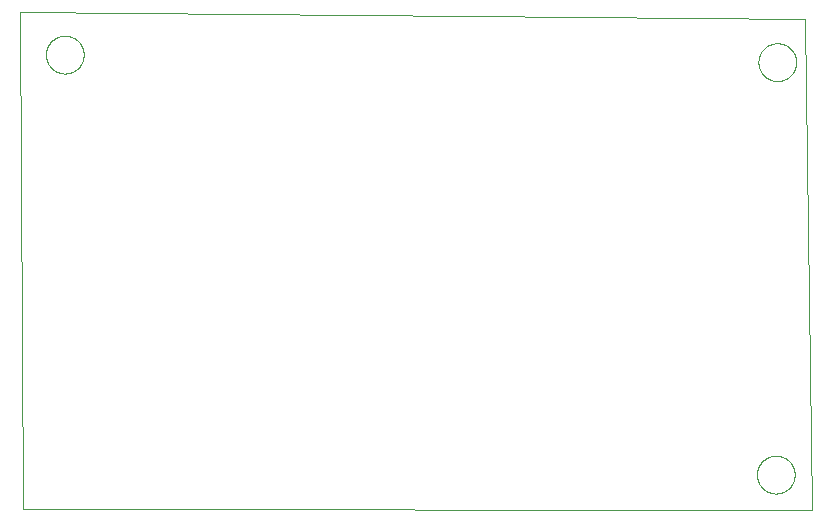
<source format=gtp>
G75*
%MOIN*%
%OFA0B0*%
%FSLAX25Y25*%
%IPPOS*%
%LPD*%
%AMOC8*
5,1,8,0,0,1.08239X$1,22.5*
%
%ADD10C,0.00000*%
D10*
X0008584Y0005255D02*
X0007584Y0171031D01*
X0269321Y0168716D01*
X0271580Y0005125D01*
X0008584Y0005255D01*
X0016285Y0156755D02*
X0016287Y0156913D01*
X0016293Y0157071D01*
X0016303Y0157229D01*
X0016317Y0157387D01*
X0016335Y0157544D01*
X0016356Y0157701D01*
X0016382Y0157857D01*
X0016412Y0158013D01*
X0016445Y0158168D01*
X0016483Y0158321D01*
X0016524Y0158474D01*
X0016569Y0158626D01*
X0016618Y0158777D01*
X0016671Y0158926D01*
X0016727Y0159074D01*
X0016787Y0159220D01*
X0016851Y0159365D01*
X0016919Y0159508D01*
X0016990Y0159650D01*
X0017064Y0159790D01*
X0017142Y0159927D01*
X0017224Y0160063D01*
X0017308Y0160197D01*
X0017397Y0160328D01*
X0017488Y0160457D01*
X0017583Y0160584D01*
X0017680Y0160709D01*
X0017781Y0160831D01*
X0017885Y0160950D01*
X0017992Y0161067D01*
X0018102Y0161181D01*
X0018215Y0161292D01*
X0018330Y0161401D01*
X0018448Y0161506D01*
X0018569Y0161608D01*
X0018692Y0161708D01*
X0018818Y0161804D01*
X0018946Y0161897D01*
X0019076Y0161987D01*
X0019209Y0162073D01*
X0019344Y0162157D01*
X0019480Y0162236D01*
X0019619Y0162313D01*
X0019760Y0162385D01*
X0019902Y0162455D01*
X0020046Y0162520D01*
X0020192Y0162582D01*
X0020339Y0162640D01*
X0020488Y0162695D01*
X0020638Y0162746D01*
X0020789Y0162793D01*
X0020941Y0162836D01*
X0021094Y0162875D01*
X0021249Y0162911D01*
X0021404Y0162942D01*
X0021560Y0162970D01*
X0021716Y0162994D01*
X0021873Y0163014D01*
X0022031Y0163030D01*
X0022188Y0163042D01*
X0022347Y0163050D01*
X0022505Y0163054D01*
X0022663Y0163054D01*
X0022821Y0163050D01*
X0022980Y0163042D01*
X0023137Y0163030D01*
X0023295Y0163014D01*
X0023452Y0162994D01*
X0023608Y0162970D01*
X0023764Y0162942D01*
X0023919Y0162911D01*
X0024074Y0162875D01*
X0024227Y0162836D01*
X0024379Y0162793D01*
X0024530Y0162746D01*
X0024680Y0162695D01*
X0024829Y0162640D01*
X0024976Y0162582D01*
X0025122Y0162520D01*
X0025266Y0162455D01*
X0025408Y0162385D01*
X0025549Y0162313D01*
X0025688Y0162236D01*
X0025824Y0162157D01*
X0025959Y0162073D01*
X0026092Y0161987D01*
X0026222Y0161897D01*
X0026350Y0161804D01*
X0026476Y0161708D01*
X0026599Y0161608D01*
X0026720Y0161506D01*
X0026838Y0161401D01*
X0026953Y0161292D01*
X0027066Y0161181D01*
X0027176Y0161067D01*
X0027283Y0160950D01*
X0027387Y0160831D01*
X0027488Y0160709D01*
X0027585Y0160584D01*
X0027680Y0160457D01*
X0027771Y0160328D01*
X0027860Y0160197D01*
X0027944Y0160063D01*
X0028026Y0159927D01*
X0028104Y0159790D01*
X0028178Y0159650D01*
X0028249Y0159508D01*
X0028317Y0159365D01*
X0028381Y0159220D01*
X0028441Y0159074D01*
X0028497Y0158926D01*
X0028550Y0158777D01*
X0028599Y0158626D01*
X0028644Y0158474D01*
X0028685Y0158321D01*
X0028723Y0158168D01*
X0028756Y0158013D01*
X0028786Y0157857D01*
X0028812Y0157701D01*
X0028833Y0157544D01*
X0028851Y0157387D01*
X0028865Y0157229D01*
X0028875Y0157071D01*
X0028881Y0156913D01*
X0028883Y0156755D01*
X0028881Y0156597D01*
X0028875Y0156439D01*
X0028865Y0156281D01*
X0028851Y0156123D01*
X0028833Y0155966D01*
X0028812Y0155809D01*
X0028786Y0155653D01*
X0028756Y0155497D01*
X0028723Y0155342D01*
X0028685Y0155189D01*
X0028644Y0155036D01*
X0028599Y0154884D01*
X0028550Y0154733D01*
X0028497Y0154584D01*
X0028441Y0154436D01*
X0028381Y0154290D01*
X0028317Y0154145D01*
X0028249Y0154002D01*
X0028178Y0153860D01*
X0028104Y0153720D01*
X0028026Y0153583D01*
X0027944Y0153447D01*
X0027860Y0153313D01*
X0027771Y0153182D01*
X0027680Y0153053D01*
X0027585Y0152926D01*
X0027488Y0152801D01*
X0027387Y0152679D01*
X0027283Y0152560D01*
X0027176Y0152443D01*
X0027066Y0152329D01*
X0026953Y0152218D01*
X0026838Y0152109D01*
X0026720Y0152004D01*
X0026599Y0151902D01*
X0026476Y0151802D01*
X0026350Y0151706D01*
X0026222Y0151613D01*
X0026092Y0151523D01*
X0025959Y0151437D01*
X0025824Y0151353D01*
X0025688Y0151274D01*
X0025549Y0151197D01*
X0025408Y0151125D01*
X0025266Y0151055D01*
X0025122Y0150990D01*
X0024976Y0150928D01*
X0024829Y0150870D01*
X0024680Y0150815D01*
X0024530Y0150764D01*
X0024379Y0150717D01*
X0024227Y0150674D01*
X0024074Y0150635D01*
X0023919Y0150599D01*
X0023764Y0150568D01*
X0023608Y0150540D01*
X0023452Y0150516D01*
X0023295Y0150496D01*
X0023137Y0150480D01*
X0022980Y0150468D01*
X0022821Y0150460D01*
X0022663Y0150456D01*
X0022505Y0150456D01*
X0022347Y0150460D01*
X0022188Y0150468D01*
X0022031Y0150480D01*
X0021873Y0150496D01*
X0021716Y0150516D01*
X0021560Y0150540D01*
X0021404Y0150568D01*
X0021249Y0150599D01*
X0021094Y0150635D01*
X0020941Y0150674D01*
X0020789Y0150717D01*
X0020638Y0150764D01*
X0020488Y0150815D01*
X0020339Y0150870D01*
X0020192Y0150928D01*
X0020046Y0150990D01*
X0019902Y0151055D01*
X0019760Y0151125D01*
X0019619Y0151197D01*
X0019480Y0151274D01*
X0019344Y0151353D01*
X0019209Y0151437D01*
X0019076Y0151523D01*
X0018946Y0151613D01*
X0018818Y0151706D01*
X0018692Y0151802D01*
X0018569Y0151902D01*
X0018448Y0152004D01*
X0018330Y0152109D01*
X0018215Y0152218D01*
X0018102Y0152329D01*
X0017992Y0152443D01*
X0017885Y0152560D01*
X0017781Y0152679D01*
X0017680Y0152801D01*
X0017583Y0152926D01*
X0017488Y0153053D01*
X0017397Y0153182D01*
X0017308Y0153313D01*
X0017224Y0153447D01*
X0017142Y0153583D01*
X0017064Y0153720D01*
X0016990Y0153860D01*
X0016919Y0154002D01*
X0016851Y0154145D01*
X0016787Y0154290D01*
X0016727Y0154436D01*
X0016671Y0154584D01*
X0016618Y0154733D01*
X0016569Y0154884D01*
X0016524Y0155036D01*
X0016483Y0155189D01*
X0016445Y0155342D01*
X0016412Y0155497D01*
X0016382Y0155653D01*
X0016356Y0155809D01*
X0016335Y0155966D01*
X0016317Y0156123D01*
X0016303Y0156281D01*
X0016293Y0156439D01*
X0016287Y0156597D01*
X0016285Y0156755D01*
X0253285Y0016755D02*
X0253287Y0016913D01*
X0253293Y0017071D01*
X0253303Y0017229D01*
X0253317Y0017387D01*
X0253335Y0017544D01*
X0253356Y0017701D01*
X0253382Y0017857D01*
X0253412Y0018013D01*
X0253445Y0018168D01*
X0253483Y0018321D01*
X0253524Y0018474D01*
X0253569Y0018626D01*
X0253618Y0018777D01*
X0253671Y0018926D01*
X0253727Y0019074D01*
X0253787Y0019220D01*
X0253851Y0019365D01*
X0253919Y0019508D01*
X0253990Y0019650D01*
X0254064Y0019790D01*
X0254142Y0019927D01*
X0254224Y0020063D01*
X0254308Y0020197D01*
X0254397Y0020328D01*
X0254488Y0020457D01*
X0254583Y0020584D01*
X0254680Y0020709D01*
X0254781Y0020831D01*
X0254885Y0020950D01*
X0254992Y0021067D01*
X0255102Y0021181D01*
X0255215Y0021292D01*
X0255330Y0021401D01*
X0255448Y0021506D01*
X0255569Y0021608D01*
X0255692Y0021708D01*
X0255818Y0021804D01*
X0255946Y0021897D01*
X0256076Y0021987D01*
X0256209Y0022073D01*
X0256344Y0022157D01*
X0256480Y0022236D01*
X0256619Y0022313D01*
X0256760Y0022385D01*
X0256902Y0022455D01*
X0257046Y0022520D01*
X0257192Y0022582D01*
X0257339Y0022640D01*
X0257488Y0022695D01*
X0257638Y0022746D01*
X0257789Y0022793D01*
X0257941Y0022836D01*
X0258094Y0022875D01*
X0258249Y0022911D01*
X0258404Y0022942D01*
X0258560Y0022970D01*
X0258716Y0022994D01*
X0258873Y0023014D01*
X0259031Y0023030D01*
X0259188Y0023042D01*
X0259347Y0023050D01*
X0259505Y0023054D01*
X0259663Y0023054D01*
X0259821Y0023050D01*
X0259980Y0023042D01*
X0260137Y0023030D01*
X0260295Y0023014D01*
X0260452Y0022994D01*
X0260608Y0022970D01*
X0260764Y0022942D01*
X0260919Y0022911D01*
X0261074Y0022875D01*
X0261227Y0022836D01*
X0261379Y0022793D01*
X0261530Y0022746D01*
X0261680Y0022695D01*
X0261829Y0022640D01*
X0261976Y0022582D01*
X0262122Y0022520D01*
X0262266Y0022455D01*
X0262408Y0022385D01*
X0262549Y0022313D01*
X0262688Y0022236D01*
X0262824Y0022157D01*
X0262959Y0022073D01*
X0263092Y0021987D01*
X0263222Y0021897D01*
X0263350Y0021804D01*
X0263476Y0021708D01*
X0263599Y0021608D01*
X0263720Y0021506D01*
X0263838Y0021401D01*
X0263953Y0021292D01*
X0264066Y0021181D01*
X0264176Y0021067D01*
X0264283Y0020950D01*
X0264387Y0020831D01*
X0264488Y0020709D01*
X0264585Y0020584D01*
X0264680Y0020457D01*
X0264771Y0020328D01*
X0264860Y0020197D01*
X0264944Y0020063D01*
X0265026Y0019927D01*
X0265104Y0019790D01*
X0265178Y0019650D01*
X0265249Y0019508D01*
X0265317Y0019365D01*
X0265381Y0019220D01*
X0265441Y0019074D01*
X0265497Y0018926D01*
X0265550Y0018777D01*
X0265599Y0018626D01*
X0265644Y0018474D01*
X0265685Y0018321D01*
X0265723Y0018168D01*
X0265756Y0018013D01*
X0265786Y0017857D01*
X0265812Y0017701D01*
X0265833Y0017544D01*
X0265851Y0017387D01*
X0265865Y0017229D01*
X0265875Y0017071D01*
X0265881Y0016913D01*
X0265883Y0016755D01*
X0265881Y0016597D01*
X0265875Y0016439D01*
X0265865Y0016281D01*
X0265851Y0016123D01*
X0265833Y0015966D01*
X0265812Y0015809D01*
X0265786Y0015653D01*
X0265756Y0015497D01*
X0265723Y0015342D01*
X0265685Y0015189D01*
X0265644Y0015036D01*
X0265599Y0014884D01*
X0265550Y0014733D01*
X0265497Y0014584D01*
X0265441Y0014436D01*
X0265381Y0014290D01*
X0265317Y0014145D01*
X0265249Y0014002D01*
X0265178Y0013860D01*
X0265104Y0013720D01*
X0265026Y0013583D01*
X0264944Y0013447D01*
X0264860Y0013313D01*
X0264771Y0013182D01*
X0264680Y0013053D01*
X0264585Y0012926D01*
X0264488Y0012801D01*
X0264387Y0012679D01*
X0264283Y0012560D01*
X0264176Y0012443D01*
X0264066Y0012329D01*
X0263953Y0012218D01*
X0263838Y0012109D01*
X0263720Y0012004D01*
X0263599Y0011902D01*
X0263476Y0011802D01*
X0263350Y0011706D01*
X0263222Y0011613D01*
X0263092Y0011523D01*
X0262959Y0011437D01*
X0262824Y0011353D01*
X0262688Y0011274D01*
X0262549Y0011197D01*
X0262408Y0011125D01*
X0262266Y0011055D01*
X0262122Y0010990D01*
X0261976Y0010928D01*
X0261829Y0010870D01*
X0261680Y0010815D01*
X0261530Y0010764D01*
X0261379Y0010717D01*
X0261227Y0010674D01*
X0261074Y0010635D01*
X0260919Y0010599D01*
X0260764Y0010568D01*
X0260608Y0010540D01*
X0260452Y0010516D01*
X0260295Y0010496D01*
X0260137Y0010480D01*
X0259980Y0010468D01*
X0259821Y0010460D01*
X0259663Y0010456D01*
X0259505Y0010456D01*
X0259347Y0010460D01*
X0259188Y0010468D01*
X0259031Y0010480D01*
X0258873Y0010496D01*
X0258716Y0010516D01*
X0258560Y0010540D01*
X0258404Y0010568D01*
X0258249Y0010599D01*
X0258094Y0010635D01*
X0257941Y0010674D01*
X0257789Y0010717D01*
X0257638Y0010764D01*
X0257488Y0010815D01*
X0257339Y0010870D01*
X0257192Y0010928D01*
X0257046Y0010990D01*
X0256902Y0011055D01*
X0256760Y0011125D01*
X0256619Y0011197D01*
X0256480Y0011274D01*
X0256344Y0011353D01*
X0256209Y0011437D01*
X0256076Y0011523D01*
X0255946Y0011613D01*
X0255818Y0011706D01*
X0255692Y0011802D01*
X0255569Y0011902D01*
X0255448Y0012004D01*
X0255330Y0012109D01*
X0255215Y0012218D01*
X0255102Y0012329D01*
X0254992Y0012443D01*
X0254885Y0012560D01*
X0254781Y0012679D01*
X0254680Y0012801D01*
X0254583Y0012926D01*
X0254488Y0013053D01*
X0254397Y0013182D01*
X0254308Y0013313D01*
X0254224Y0013447D01*
X0254142Y0013583D01*
X0254064Y0013720D01*
X0253990Y0013860D01*
X0253919Y0014002D01*
X0253851Y0014145D01*
X0253787Y0014290D01*
X0253727Y0014436D01*
X0253671Y0014584D01*
X0253618Y0014733D01*
X0253569Y0014884D01*
X0253524Y0015036D01*
X0253483Y0015189D01*
X0253445Y0015342D01*
X0253412Y0015497D01*
X0253382Y0015653D01*
X0253356Y0015809D01*
X0253335Y0015966D01*
X0253317Y0016123D01*
X0253303Y0016281D01*
X0253293Y0016439D01*
X0253287Y0016597D01*
X0253285Y0016755D01*
X0253785Y0154255D02*
X0253787Y0154413D01*
X0253793Y0154571D01*
X0253803Y0154729D01*
X0253817Y0154887D01*
X0253835Y0155044D01*
X0253856Y0155201D01*
X0253882Y0155357D01*
X0253912Y0155513D01*
X0253945Y0155668D01*
X0253983Y0155821D01*
X0254024Y0155974D01*
X0254069Y0156126D01*
X0254118Y0156277D01*
X0254171Y0156426D01*
X0254227Y0156574D01*
X0254287Y0156720D01*
X0254351Y0156865D01*
X0254419Y0157008D01*
X0254490Y0157150D01*
X0254564Y0157290D01*
X0254642Y0157427D01*
X0254724Y0157563D01*
X0254808Y0157697D01*
X0254897Y0157828D01*
X0254988Y0157957D01*
X0255083Y0158084D01*
X0255180Y0158209D01*
X0255281Y0158331D01*
X0255385Y0158450D01*
X0255492Y0158567D01*
X0255602Y0158681D01*
X0255715Y0158792D01*
X0255830Y0158901D01*
X0255948Y0159006D01*
X0256069Y0159108D01*
X0256192Y0159208D01*
X0256318Y0159304D01*
X0256446Y0159397D01*
X0256576Y0159487D01*
X0256709Y0159573D01*
X0256844Y0159657D01*
X0256980Y0159736D01*
X0257119Y0159813D01*
X0257260Y0159885D01*
X0257402Y0159955D01*
X0257546Y0160020D01*
X0257692Y0160082D01*
X0257839Y0160140D01*
X0257988Y0160195D01*
X0258138Y0160246D01*
X0258289Y0160293D01*
X0258441Y0160336D01*
X0258594Y0160375D01*
X0258749Y0160411D01*
X0258904Y0160442D01*
X0259060Y0160470D01*
X0259216Y0160494D01*
X0259373Y0160514D01*
X0259531Y0160530D01*
X0259688Y0160542D01*
X0259847Y0160550D01*
X0260005Y0160554D01*
X0260163Y0160554D01*
X0260321Y0160550D01*
X0260480Y0160542D01*
X0260637Y0160530D01*
X0260795Y0160514D01*
X0260952Y0160494D01*
X0261108Y0160470D01*
X0261264Y0160442D01*
X0261419Y0160411D01*
X0261574Y0160375D01*
X0261727Y0160336D01*
X0261879Y0160293D01*
X0262030Y0160246D01*
X0262180Y0160195D01*
X0262329Y0160140D01*
X0262476Y0160082D01*
X0262622Y0160020D01*
X0262766Y0159955D01*
X0262908Y0159885D01*
X0263049Y0159813D01*
X0263188Y0159736D01*
X0263324Y0159657D01*
X0263459Y0159573D01*
X0263592Y0159487D01*
X0263722Y0159397D01*
X0263850Y0159304D01*
X0263976Y0159208D01*
X0264099Y0159108D01*
X0264220Y0159006D01*
X0264338Y0158901D01*
X0264453Y0158792D01*
X0264566Y0158681D01*
X0264676Y0158567D01*
X0264783Y0158450D01*
X0264887Y0158331D01*
X0264988Y0158209D01*
X0265085Y0158084D01*
X0265180Y0157957D01*
X0265271Y0157828D01*
X0265360Y0157697D01*
X0265444Y0157563D01*
X0265526Y0157427D01*
X0265604Y0157290D01*
X0265678Y0157150D01*
X0265749Y0157008D01*
X0265817Y0156865D01*
X0265881Y0156720D01*
X0265941Y0156574D01*
X0265997Y0156426D01*
X0266050Y0156277D01*
X0266099Y0156126D01*
X0266144Y0155974D01*
X0266185Y0155821D01*
X0266223Y0155668D01*
X0266256Y0155513D01*
X0266286Y0155357D01*
X0266312Y0155201D01*
X0266333Y0155044D01*
X0266351Y0154887D01*
X0266365Y0154729D01*
X0266375Y0154571D01*
X0266381Y0154413D01*
X0266383Y0154255D01*
X0266381Y0154097D01*
X0266375Y0153939D01*
X0266365Y0153781D01*
X0266351Y0153623D01*
X0266333Y0153466D01*
X0266312Y0153309D01*
X0266286Y0153153D01*
X0266256Y0152997D01*
X0266223Y0152842D01*
X0266185Y0152689D01*
X0266144Y0152536D01*
X0266099Y0152384D01*
X0266050Y0152233D01*
X0265997Y0152084D01*
X0265941Y0151936D01*
X0265881Y0151790D01*
X0265817Y0151645D01*
X0265749Y0151502D01*
X0265678Y0151360D01*
X0265604Y0151220D01*
X0265526Y0151083D01*
X0265444Y0150947D01*
X0265360Y0150813D01*
X0265271Y0150682D01*
X0265180Y0150553D01*
X0265085Y0150426D01*
X0264988Y0150301D01*
X0264887Y0150179D01*
X0264783Y0150060D01*
X0264676Y0149943D01*
X0264566Y0149829D01*
X0264453Y0149718D01*
X0264338Y0149609D01*
X0264220Y0149504D01*
X0264099Y0149402D01*
X0263976Y0149302D01*
X0263850Y0149206D01*
X0263722Y0149113D01*
X0263592Y0149023D01*
X0263459Y0148937D01*
X0263324Y0148853D01*
X0263188Y0148774D01*
X0263049Y0148697D01*
X0262908Y0148625D01*
X0262766Y0148555D01*
X0262622Y0148490D01*
X0262476Y0148428D01*
X0262329Y0148370D01*
X0262180Y0148315D01*
X0262030Y0148264D01*
X0261879Y0148217D01*
X0261727Y0148174D01*
X0261574Y0148135D01*
X0261419Y0148099D01*
X0261264Y0148068D01*
X0261108Y0148040D01*
X0260952Y0148016D01*
X0260795Y0147996D01*
X0260637Y0147980D01*
X0260480Y0147968D01*
X0260321Y0147960D01*
X0260163Y0147956D01*
X0260005Y0147956D01*
X0259847Y0147960D01*
X0259688Y0147968D01*
X0259531Y0147980D01*
X0259373Y0147996D01*
X0259216Y0148016D01*
X0259060Y0148040D01*
X0258904Y0148068D01*
X0258749Y0148099D01*
X0258594Y0148135D01*
X0258441Y0148174D01*
X0258289Y0148217D01*
X0258138Y0148264D01*
X0257988Y0148315D01*
X0257839Y0148370D01*
X0257692Y0148428D01*
X0257546Y0148490D01*
X0257402Y0148555D01*
X0257260Y0148625D01*
X0257119Y0148697D01*
X0256980Y0148774D01*
X0256844Y0148853D01*
X0256709Y0148937D01*
X0256576Y0149023D01*
X0256446Y0149113D01*
X0256318Y0149206D01*
X0256192Y0149302D01*
X0256069Y0149402D01*
X0255948Y0149504D01*
X0255830Y0149609D01*
X0255715Y0149718D01*
X0255602Y0149829D01*
X0255492Y0149943D01*
X0255385Y0150060D01*
X0255281Y0150179D01*
X0255180Y0150301D01*
X0255083Y0150426D01*
X0254988Y0150553D01*
X0254897Y0150682D01*
X0254808Y0150813D01*
X0254724Y0150947D01*
X0254642Y0151083D01*
X0254564Y0151220D01*
X0254490Y0151360D01*
X0254419Y0151502D01*
X0254351Y0151645D01*
X0254287Y0151790D01*
X0254227Y0151936D01*
X0254171Y0152084D01*
X0254118Y0152233D01*
X0254069Y0152384D01*
X0254024Y0152536D01*
X0253983Y0152689D01*
X0253945Y0152842D01*
X0253912Y0152997D01*
X0253882Y0153153D01*
X0253856Y0153309D01*
X0253835Y0153466D01*
X0253817Y0153623D01*
X0253803Y0153781D01*
X0253793Y0153939D01*
X0253787Y0154097D01*
X0253785Y0154255D01*
M02*

</source>
